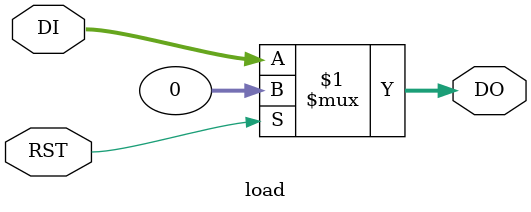
<source format=sv>
module plus1
#(
   parameter               DWID = 32,
   parameter               LOOP = "true"
)
(
   input                   CLR,
   input                   EN,
   input      [DWID-1:0]   DI,
   output reg [DWID-1:0]   DO
);

wire clear;

generate
   if(LOOP == "true")
   begin
      assign clear = ((DI == {DWID{1'b1}} && EN) || CLR);
   end
   else
   begin
      assign clear = CLR;
   end
endgenerate

always @(*)
begin
   if(clear)
      DO = {DWID{1'b0}};
   else if(EN)
      DO = DI + ~&DI;
   else
      DO = DI;
end

endmodule


// ****************************************************************************
// minus1.sv
// ****************************************************************************
module minus1
#(
   parameter               DWID = 32,
   parameter               LOOP = "true"
)
(
   input                   CLR,
   input                   EN,
   input      [DWID-1:0]   DI,
   output reg [DWID-1:0]   DO
);

wire clear;

generate
   if(LOOP == "true")
   begin
      assign clear = (DI == {DWID{1'b0}} || CLR);
   end
   else
   begin
      assign clear = CLR;
   end
endgenerate

always @(*)
begin
   if(clear)
      DO = {DWID{1'b1}};
   else if(EN)
      DO = DI - |DI;
   else
      DO = DI;
end

endmodule

// ****************************************************************************
// fifo.sv
// ****************************************************************************
module fifo
#(
   parameter               DWID = 32,
   parameter               AWID = 10,
   parameter               SYNC = "true"
)
(
   input                   RST,
   input                   WRCLK,
   input                   WRENA,
   input      [DWID-1:0]   WRDAT,
   output     [AWID-1:0]   WRLEV,

   input                   RDCLK,
   input                   RDENA,
   output     [DWID-1:0]   RDDAT,
   output     [AWID-1:0]   RDLEV
);

reg  [DWID-1:0] mem [0:2**AWID-1];

wire            wr_rst;
wire            rd_rst;
reg  [AWID-1:0] wr_ptr = 0;
wire [AWID-1:0] wr_ptr_plus;
wire [AWID-1:0] wr_ptr_rd;
reg  [AWID-1:0] rd_ptr = 0;
wire [AWID-1:0] rd_ptr_plus;
wire [AWID-1:0] rd_ptr_wr;
reg             wr_full;
reg             rd_empty;

sync_clock #(
   .DWID ( 1 )
) wr_rst_sync (
   .CLK  ( WRCLK ),
   .DI   ( RST ),
   .DO   ( wr_rst )
);

sync_clock #(
   .DWID ( 1 )
) rd_rst_sync (
   .CLK  ( RDCLK ),
   .DI   ( RST ),
   .DO   ( rd_rst )
);

// WR
always @(posedge WRCLK)
begin
   wr_ptr <= wr_ptr_plus;
end

plus1 #(
   .DWID ( AWID ),
   .LOOP ( "true" )
) wr_ptr_plus1 (
   .CLR  ( wr_rst ),
   .EN   ( WRENA && !wr_full ),
   .DI   ( wr_ptr ),
   .DO   ( wr_ptr_plus )
);

always @(posedge WRCLK)
begin
   if(WRENA && !wr_full)
      mem[wr_ptr] <= WRDAT;
end

generate
   if(SYNC == "true")
   begin
      assign rd_ptr_wr = rd_ptr;
      assign wr_ptr_rd = wr_ptr;
   end
   else
   begin
      sync_clock #(
         .DWID ( AWID )
      ) rd_ptr_sync (
         .CLK  ( WRCLK ),
         .DI   ( rd_ptr ),
         .DO   ( rd_ptr_wr )
      );

      sync_clock #(
         .DWID ( AWID )
      ) wr_ptr_sync (
         .CLK  ( RDCLK ),
         .DI   ( wr_ptr ),
         .DO   ( wr_ptr_rd )
      );
   end
endgenerate

load #(
   .DWID    ( AWID + 1 ),
   .DEFAULT ( {1'b1, {AWID{1'b0}}} )
) wr_load (
   .RST     ( wr_rst ),
   .DI      ( {&(wr_ptr - rd_ptr_wr), (wr_ptr - rd_ptr_wr)} ),
   .DO      ( {wr_full, WRLEV} )
);

// RD
always @(posedge RDCLK)
begin
   rd_ptr <= rd_ptr_plus;
end

plus1 #(
   .DWID ( AWID ),
   .LOOP ( "true" )
) rd_ptr_plus1 (
   .CLR  ( rd_rst ),
   .EN   ( RDENA && !rd_empty ),
   .DI   ( rd_ptr ),
   .DO   ( rd_ptr_plus )
);

assign RDDAT = mem[rd_ptr];

load #(
   .DWID    ( AWID + 1 ),
   .DEFAULT ( {1'b1, {AWID{1'b0}}} )
) rd_load (
   .RST     ( rd_rst ),
   .DI      ( {~|(wr_ptr_rd - rd_ptr), (wr_ptr_rd - rd_ptr)} ),
   .DO      ( {rd_empty, RDLEV} )
);

endmodule

/*
// ****************************************************************************
// ram.sv
// ****************************************************************************
module ram
#(

)
(

);

endmodule
*/

// ****************************************************************************
// sync_clock.sv
// ****************************************************************************
module sync_clock
#(
   parameter               DWID = 32
)
(
   input                   CLK,
   input      [DWID-1:0]   DI,
   output reg [DWID-1:0]   DO
);

reg [DWID-1:0] di_r;

genvar i;
generate
   for(i = 0; i < DWID; i = i + 1)
   begin: CLK_SYNC
      always @(posedge CLK)
      begin
         di_r[i] <= DI[i];
         DO[i]   <= di_r[i];
      end
   end
endgenerate

endmodule

// ****************************************************************************
// sync_load.sv
// ****************************************************************************
module sync_load
(
   input                   ICLK,
   input                   OCLK,
   input                   DI,
   output                  DO
);

reg   di_r;
wire  di_ro;
reg   do_r;
wire  do_ri;

sync_clock #(
   .DWID ( 1 )
) osync (
   .CLK  ( ICLK ),
   .DI   ( do_r ),
   .DO   ( do_ri )
);

always @(posedge ICLK)
begin
   if(DI)
      di_r <= 1'b1;
   else if(do_ri)
      di_r <= 1'b0;
end

sync_clock #(
   .DWID ( 1 )
) isync (
   .CLK  ( OCLK ),
   .DI   ( di_r ),
   .DO   ( di_ro )
);

always @(posedge OCLK)
begin
   do_r <= di_ro;
end

assign DO = !do_r && di_ro;

endmodule

// ****************************************************************************
// load.sv
// ****************************************************************************
module load
#(
   parameter               DWID    = 32,
   parameter               DEFAULT = {DWID{1'b0}}
)
(
   input                   RST,
   input      [DWID-1:0]   DI,
   output     [DWID-1:0]   DO
);

assign DO = (RST)? DEFAULT : DI;

endmodule


/*
// ****************************************************************************
// event_meter.sv
// ****************************************************************************
module event_meter
#(

)
(

);

endmodule
*/



</source>
